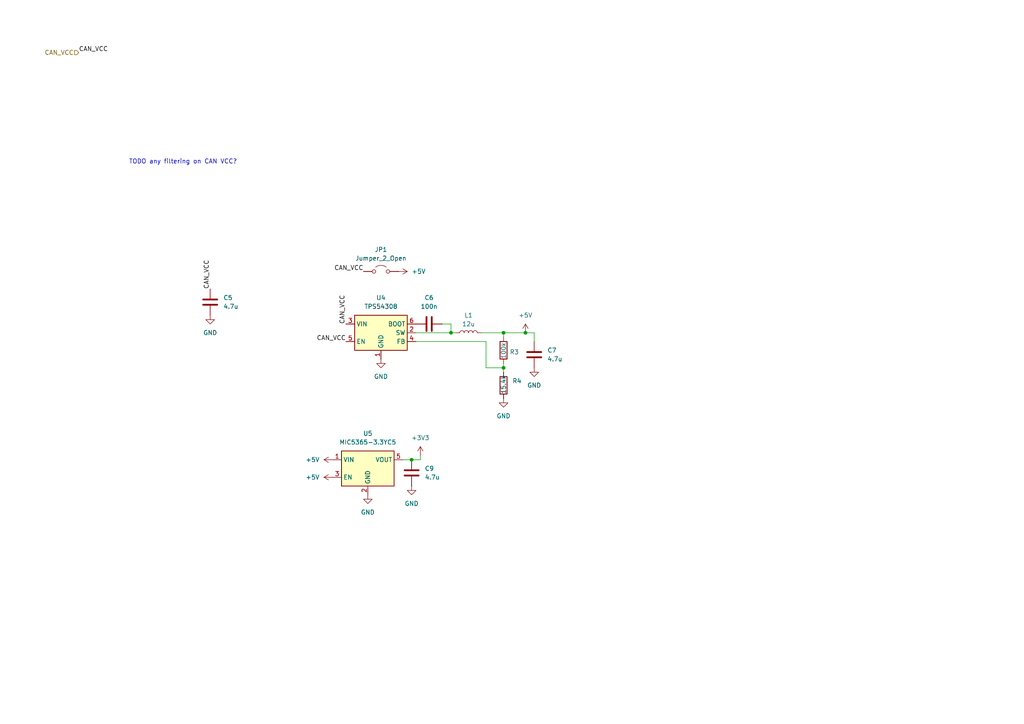
<source format=kicad_sch>
(kicad_sch
	(version 20231120)
	(generator "eeschema")
	(generator_version "8.0")
	(uuid "268b668a-6353-49da-bdea-bed7a69ca091")
	(paper "A4")
	(lib_symbols
		(symbol "Device:C"
			(pin_numbers hide)
			(pin_names
				(offset 0.254)
			)
			(exclude_from_sim no)
			(in_bom yes)
			(on_board yes)
			(property "Reference" "C"
				(at 0.635 2.54 0)
				(effects
					(font
						(size 1.27 1.27)
					)
					(justify left)
				)
			)
			(property "Value" "C"
				(at 0.635 -2.54 0)
				(effects
					(font
						(size 1.27 1.27)
					)
					(justify left)
				)
			)
			(property "Footprint" ""
				(at 0.9652 -3.81 0)
				(effects
					(font
						(size 1.27 1.27)
					)
					(hide yes)
				)
			)
			(property "Datasheet" "~"
				(at 0 0 0)
				(effects
					(font
						(size 1.27 1.27)
					)
					(hide yes)
				)
			)
			(property "Description" "Unpolarized capacitor"
				(at 0 0 0)
				(effects
					(font
						(size 1.27 1.27)
					)
					(hide yes)
				)
			)
			(property "ki_keywords" "cap capacitor"
				(at 0 0 0)
				(effects
					(font
						(size 1.27 1.27)
					)
					(hide yes)
				)
			)
			(property "ki_fp_filters" "C_*"
				(at 0 0 0)
				(effects
					(font
						(size 1.27 1.27)
					)
					(hide yes)
				)
			)
			(symbol "C_0_1"
				(polyline
					(pts
						(xy -2.032 -0.762) (xy 2.032 -0.762)
					)
					(stroke
						(width 0.508)
						(type default)
					)
					(fill
						(type none)
					)
				)
				(polyline
					(pts
						(xy -2.032 0.762) (xy 2.032 0.762)
					)
					(stroke
						(width 0.508)
						(type default)
					)
					(fill
						(type none)
					)
				)
			)
			(symbol "C_1_1"
				(pin passive line
					(at 0 3.81 270)
					(length 2.794)
					(name "~"
						(effects
							(font
								(size 1.27 1.27)
							)
						)
					)
					(number "1"
						(effects
							(font
								(size 1.27 1.27)
							)
						)
					)
				)
				(pin passive line
					(at 0 -3.81 90)
					(length 2.794)
					(name "~"
						(effects
							(font
								(size 1.27 1.27)
							)
						)
					)
					(number "2"
						(effects
							(font
								(size 1.27 1.27)
							)
						)
					)
				)
			)
		)
		(symbol "Device:L"
			(pin_numbers hide)
			(pin_names
				(offset 1.016) hide)
			(exclude_from_sim no)
			(in_bom yes)
			(on_board yes)
			(property "Reference" "L"
				(at -1.27 0 90)
				(effects
					(font
						(size 1.27 1.27)
					)
				)
			)
			(property "Value" "L"
				(at 1.905 0 90)
				(effects
					(font
						(size 1.27 1.27)
					)
				)
			)
			(property "Footprint" ""
				(at 0 0 0)
				(effects
					(font
						(size 1.27 1.27)
					)
					(hide yes)
				)
			)
			(property "Datasheet" "~"
				(at 0 0 0)
				(effects
					(font
						(size 1.27 1.27)
					)
					(hide yes)
				)
			)
			(property "Description" "Inductor"
				(at 0 0 0)
				(effects
					(font
						(size 1.27 1.27)
					)
					(hide yes)
				)
			)
			(property "ki_keywords" "inductor choke coil reactor magnetic"
				(at 0 0 0)
				(effects
					(font
						(size 1.27 1.27)
					)
					(hide yes)
				)
			)
			(property "ki_fp_filters" "Choke_* *Coil* Inductor_* L_*"
				(at 0 0 0)
				(effects
					(font
						(size 1.27 1.27)
					)
					(hide yes)
				)
			)
			(symbol "L_0_1"
				(arc
					(start 0 -2.54)
					(mid 0.6323 -1.905)
					(end 0 -1.27)
					(stroke
						(width 0)
						(type default)
					)
					(fill
						(type none)
					)
				)
				(arc
					(start 0 -1.27)
					(mid 0.6323 -0.635)
					(end 0 0)
					(stroke
						(width 0)
						(type default)
					)
					(fill
						(type none)
					)
				)
				(arc
					(start 0 0)
					(mid 0.6323 0.635)
					(end 0 1.27)
					(stroke
						(width 0)
						(type default)
					)
					(fill
						(type none)
					)
				)
				(arc
					(start 0 1.27)
					(mid 0.6323 1.905)
					(end 0 2.54)
					(stroke
						(width 0)
						(type default)
					)
					(fill
						(type none)
					)
				)
			)
			(symbol "L_1_1"
				(pin passive line
					(at 0 3.81 270)
					(length 1.27)
					(name "1"
						(effects
							(font
								(size 1.27 1.27)
							)
						)
					)
					(number "1"
						(effects
							(font
								(size 1.27 1.27)
							)
						)
					)
				)
				(pin passive line
					(at 0 -3.81 90)
					(length 1.27)
					(name "2"
						(effects
							(font
								(size 1.27 1.27)
							)
						)
					)
					(number "2"
						(effects
							(font
								(size 1.27 1.27)
							)
						)
					)
				)
			)
		)
		(symbol "Device:R"
			(pin_numbers hide)
			(pin_names
				(offset 0)
			)
			(exclude_from_sim no)
			(in_bom yes)
			(on_board yes)
			(property "Reference" "R"
				(at 2.032 0 90)
				(effects
					(font
						(size 1.27 1.27)
					)
				)
			)
			(property "Value" "R"
				(at 0 0 90)
				(effects
					(font
						(size 1.27 1.27)
					)
				)
			)
			(property "Footprint" ""
				(at -1.778 0 90)
				(effects
					(font
						(size 1.27 1.27)
					)
					(hide yes)
				)
			)
			(property "Datasheet" "~"
				(at 0 0 0)
				(effects
					(font
						(size 1.27 1.27)
					)
					(hide yes)
				)
			)
			(property "Description" "Resistor"
				(at 0 0 0)
				(effects
					(font
						(size 1.27 1.27)
					)
					(hide yes)
				)
			)
			(property "ki_keywords" "R res resistor"
				(at 0 0 0)
				(effects
					(font
						(size 1.27 1.27)
					)
					(hide yes)
				)
			)
			(property "ki_fp_filters" "R_*"
				(at 0 0 0)
				(effects
					(font
						(size 1.27 1.27)
					)
					(hide yes)
				)
			)
			(symbol "R_0_1"
				(rectangle
					(start -1.016 -2.54)
					(end 1.016 2.54)
					(stroke
						(width 0.254)
						(type default)
					)
					(fill
						(type none)
					)
				)
			)
			(symbol "R_1_1"
				(pin passive line
					(at 0 3.81 270)
					(length 1.27)
					(name "~"
						(effects
							(font
								(size 1.27 1.27)
							)
						)
					)
					(number "1"
						(effects
							(font
								(size 1.27 1.27)
							)
						)
					)
				)
				(pin passive line
					(at 0 -3.81 90)
					(length 1.27)
					(name "~"
						(effects
							(font
								(size 1.27 1.27)
							)
						)
					)
					(number "2"
						(effects
							(font
								(size 1.27 1.27)
							)
						)
					)
				)
			)
		)
		(symbol "Jumper:Jumper_2_Open"
			(pin_numbers hide)
			(pin_names
				(offset 0) hide)
			(exclude_from_sim yes)
			(in_bom yes)
			(on_board yes)
			(property "Reference" "JP"
				(at 0 2.794 0)
				(effects
					(font
						(size 1.27 1.27)
					)
				)
			)
			(property "Value" "Jumper_2_Open"
				(at 0 -2.286 0)
				(effects
					(font
						(size 1.27 1.27)
					)
				)
			)
			(property "Footprint" ""
				(at 0 0 0)
				(effects
					(font
						(size 1.27 1.27)
					)
					(hide yes)
				)
			)
			(property "Datasheet" "~"
				(at 0 0 0)
				(effects
					(font
						(size 1.27 1.27)
					)
					(hide yes)
				)
			)
			(property "Description" "Jumper, 2-pole, open"
				(at 0 0 0)
				(effects
					(font
						(size 1.27 1.27)
					)
					(hide yes)
				)
			)
			(property "ki_keywords" "Jumper SPST"
				(at 0 0 0)
				(effects
					(font
						(size 1.27 1.27)
					)
					(hide yes)
				)
			)
			(property "ki_fp_filters" "Jumper* TestPoint*2Pads* TestPoint*Bridge*"
				(at 0 0 0)
				(effects
					(font
						(size 1.27 1.27)
					)
					(hide yes)
				)
			)
			(symbol "Jumper_2_Open_0_0"
				(circle
					(center -2.032 0)
					(radius 0.508)
					(stroke
						(width 0)
						(type default)
					)
					(fill
						(type none)
					)
				)
				(circle
					(center 2.032 0)
					(radius 0.508)
					(stroke
						(width 0)
						(type default)
					)
					(fill
						(type none)
					)
				)
			)
			(symbol "Jumper_2_Open_0_1"
				(arc
					(start 1.524 1.27)
					(mid 0 1.778)
					(end -1.524 1.27)
					(stroke
						(width 0)
						(type default)
					)
					(fill
						(type none)
					)
				)
			)
			(symbol "Jumper_2_Open_1_1"
				(pin passive line
					(at -5.08 0 0)
					(length 2.54)
					(name "A"
						(effects
							(font
								(size 1.27 1.27)
							)
						)
					)
					(number "1"
						(effects
							(font
								(size 1.27 1.27)
							)
						)
					)
				)
				(pin passive line
					(at 5.08 0 180)
					(length 2.54)
					(name "B"
						(effects
							(font
								(size 1.27 1.27)
							)
						)
					)
					(number "2"
						(effects
							(font
								(size 1.27 1.27)
							)
						)
					)
				)
			)
		)
		(symbol "Regulator_Linear:MIC5365-3.3YC5"
			(exclude_from_sim no)
			(in_bom yes)
			(on_board yes)
			(property "Reference" "U"
				(at -6.35 6.35 0)
				(effects
					(font
						(size 1.27 1.27)
					)
				)
			)
			(property "Value" "MIC5365-3.3YC5"
				(at 0 6.35 0)
				(effects
					(font
						(size 1.27 1.27)
					)
					(justify left)
				)
			)
			(property "Footprint" "Package_TO_SOT_SMD:SOT-353_SC-70-5"
				(at 0 8.89 0)
				(effects
					(font
						(size 1.27 1.27)
					)
					(hide yes)
				)
			)
			(property "Datasheet" "http://ww1.microchip.com/downloads/en/DeviceDoc/mic5365.pdf"
				(at -7.62 20.32 0)
				(effects
					(font
						(size 1.27 1.27)
					)
					(hide yes)
				)
			)
			(property "Description" "150mA Low-dropout Voltage Regulator, Vout 3.3V, Vin up to 5.5V, SC-70-5"
				(at 0 0 0)
				(effects
					(font
						(size 1.27 1.27)
					)
					(hide yes)
				)
			)
			(property "ki_keywords" "Micrel LDO voltage regulator"
				(at 0 0 0)
				(effects
					(font
						(size 1.27 1.27)
					)
					(hide yes)
				)
			)
			(property "ki_fp_filters" "SOT*353*SC*70*"
				(at 0 0 0)
				(effects
					(font
						(size 1.27 1.27)
					)
					(hide yes)
				)
			)
			(symbol "MIC5365-3.3YC5_0_1"
				(rectangle
					(start -7.62 -5.08)
					(end 7.62 5.08)
					(stroke
						(width 0.254)
						(type default)
					)
					(fill
						(type background)
					)
				)
			)
			(symbol "MIC5365-3.3YC5_1_1"
				(pin power_in line
					(at -10.16 2.54 0)
					(length 2.54)
					(name "VIN"
						(effects
							(font
								(size 1.27 1.27)
							)
						)
					)
					(number "1"
						(effects
							(font
								(size 1.27 1.27)
							)
						)
					)
				)
				(pin power_in line
					(at 0 -7.62 90)
					(length 2.54)
					(name "GND"
						(effects
							(font
								(size 1.27 1.27)
							)
						)
					)
					(number "2"
						(effects
							(font
								(size 1.27 1.27)
							)
						)
					)
				)
				(pin input line
					(at -10.16 -2.54 0)
					(length 2.54)
					(name "EN"
						(effects
							(font
								(size 1.27 1.27)
							)
						)
					)
					(number "3"
						(effects
							(font
								(size 1.27 1.27)
							)
						)
					)
				)
				(pin no_connect line
					(at 7.62 -2.54 180)
					(length 2.54) hide
					(name "NC"
						(effects
							(font
								(size 1.27 1.27)
							)
						)
					)
					(number "4"
						(effects
							(font
								(size 1.27 1.27)
							)
						)
					)
				)
				(pin power_out line
					(at 10.16 2.54 180)
					(length 2.54)
					(name "VOUT"
						(effects
							(font
								(size 1.27 1.27)
							)
						)
					)
					(number "5"
						(effects
							(font
								(size 1.27 1.27)
							)
						)
					)
				)
			)
		)
		(symbol "Regulator_Switching:TPS54308"
			(exclude_from_sim no)
			(in_bom yes)
			(on_board yes)
			(property "Reference" "U"
				(at -7.62 6.35 0)
				(effects
					(font
						(size 1.27 1.27)
					)
					(justify left)
				)
			)
			(property "Value" "TPS54308"
				(at 0 6.35 0)
				(effects
					(font
						(size 1.27 1.27)
					)
					(justify left)
				)
			)
			(property "Footprint" "Package_TO_SOT_SMD:SOT-23-6"
				(at 1.27 -8.89 0)
				(effects
					(font
						(size 1.27 1.27)
					)
					(justify left)
					(hide yes)
				)
			)
			(property "Datasheet" "http://www.ti.com/lit/ds/symlink/tps54308.pdf"
				(at -7.62 8.89 0)
				(effects
					(font
						(size 1.27 1.27)
					)
					(hide yes)
				)
			)
			(property "Description" "3A, 4.5 to 28V Input, EMI Friendly integrated switch synchronous step-down regulator, continuous-conduction, SOT-23-6"
				(at 0 0 0)
				(effects
					(font
						(size 1.27 1.27)
					)
					(hide yes)
				)
			)
			(property "ki_keywords" "switching buck converter power-supply voltage regulator emi spread spectrum FCCM"
				(at 0 0 0)
				(effects
					(font
						(size 1.27 1.27)
					)
					(hide yes)
				)
			)
			(property "ki_fp_filters" "SOT?23*"
				(at 0 0 0)
				(effects
					(font
						(size 1.27 1.27)
					)
					(hide yes)
				)
			)
			(symbol "TPS54308_0_1"
				(rectangle
					(start -7.62 5.08)
					(end 7.62 -5.08)
					(stroke
						(width 0.254)
						(type default)
					)
					(fill
						(type background)
					)
				)
			)
			(symbol "TPS54308_1_1"
				(pin power_in line
					(at 0 -7.62 90)
					(length 2.54)
					(name "GND"
						(effects
							(font
								(size 1.27 1.27)
							)
						)
					)
					(number "1"
						(effects
							(font
								(size 1.27 1.27)
							)
						)
					)
				)
				(pin power_out line
					(at 10.16 0 180)
					(length 2.54)
					(name "SW"
						(effects
							(font
								(size 1.27 1.27)
							)
						)
					)
					(number "2"
						(effects
							(font
								(size 1.27 1.27)
							)
						)
					)
				)
				(pin power_in line
					(at -10.16 2.54 0)
					(length 2.54)
					(name "VIN"
						(effects
							(font
								(size 1.27 1.27)
							)
						)
					)
					(number "3"
						(effects
							(font
								(size 1.27 1.27)
							)
						)
					)
				)
				(pin input line
					(at 10.16 -2.54 180)
					(length 2.54)
					(name "FB"
						(effects
							(font
								(size 1.27 1.27)
							)
						)
					)
					(number "4"
						(effects
							(font
								(size 1.27 1.27)
							)
						)
					)
				)
				(pin input line
					(at -10.16 -2.54 0)
					(length 2.54)
					(name "EN"
						(effects
							(font
								(size 1.27 1.27)
							)
						)
					)
					(number "5"
						(effects
							(font
								(size 1.27 1.27)
							)
						)
					)
				)
				(pin passive line
					(at 10.16 2.54 180)
					(length 2.54)
					(name "BOOT"
						(effects
							(font
								(size 1.27 1.27)
							)
						)
					)
					(number "6"
						(effects
							(font
								(size 1.27 1.27)
							)
						)
					)
				)
			)
		)
		(symbol "power:+3V3"
			(power)
			(pin_numbers hide)
			(pin_names
				(offset 0) hide)
			(exclude_from_sim no)
			(in_bom yes)
			(on_board yes)
			(property "Reference" "#PWR"
				(at 0 -3.81 0)
				(effects
					(font
						(size 1.27 1.27)
					)
					(hide yes)
				)
			)
			(property "Value" "+3V3"
				(at 0 3.556 0)
				(effects
					(font
						(size 1.27 1.27)
					)
				)
			)
			(property "Footprint" ""
				(at 0 0 0)
				(effects
					(font
						(size 1.27 1.27)
					)
					(hide yes)
				)
			)
			(property "Datasheet" ""
				(at 0 0 0)
				(effects
					(font
						(size 1.27 1.27)
					)
					(hide yes)
				)
			)
			(property "Description" "Power symbol creates a global label with name \"+3V3\""
				(at 0 0 0)
				(effects
					(font
						(size 1.27 1.27)
					)
					(hide yes)
				)
			)
			(property "ki_keywords" "global power"
				(at 0 0 0)
				(effects
					(font
						(size 1.27 1.27)
					)
					(hide yes)
				)
			)
			(symbol "+3V3_0_1"
				(polyline
					(pts
						(xy -0.762 1.27) (xy 0 2.54)
					)
					(stroke
						(width 0)
						(type default)
					)
					(fill
						(type none)
					)
				)
				(polyline
					(pts
						(xy 0 0) (xy 0 2.54)
					)
					(stroke
						(width 0)
						(type default)
					)
					(fill
						(type none)
					)
				)
				(polyline
					(pts
						(xy 0 2.54) (xy 0.762 1.27)
					)
					(stroke
						(width 0)
						(type default)
					)
					(fill
						(type none)
					)
				)
			)
			(symbol "+3V3_1_1"
				(pin power_in line
					(at 0 0 90)
					(length 0)
					(name "~"
						(effects
							(font
								(size 1.27 1.27)
							)
						)
					)
					(number "1"
						(effects
							(font
								(size 1.27 1.27)
							)
						)
					)
				)
			)
		)
		(symbol "power:+5V"
			(power)
			(pin_numbers hide)
			(pin_names
				(offset 0) hide)
			(exclude_from_sim no)
			(in_bom yes)
			(on_board yes)
			(property "Reference" "#PWR"
				(at 0 -3.81 0)
				(effects
					(font
						(size 1.27 1.27)
					)
					(hide yes)
				)
			)
			(property "Value" "+5V"
				(at 0 3.556 0)
				(effects
					(font
						(size 1.27 1.27)
					)
				)
			)
			(property "Footprint" ""
				(at 0 0 0)
				(effects
					(font
						(size 1.27 1.27)
					)
					(hide yes)
				)
			)
			(property "Datasheet" ""
				(at 0 0 0)
				(effects
					(font
						(size 1.27 1.27)
					)
					(hide yes)
				)
			)
			(property "Description" "Power symbol creates a global label with name \"+5V\""
				(at 0 0 0)
				(effects
					(font
						(size 1.27 1.27)
					)
					(hide yes)
				)
			)
			(property "ki_keywords" "global power"
				(at 0 0 0)
				(effects
					(font
						(size 1.27 1.27)
					)
					(hide yes)
				)
			)
			(symbol "+5V_0_1"
				(polyline
					(pts
						(xy -0.762 1.27) (xy 0 2.54)
					)
					(stroke
						(width 0)
						(type default)
					)
					(fill
						(type none)
					)
				)
				(polyline
					(pts
						(xy 0 0) (xy 0 2.54)
					)
					(stroke
						(width 0)
						(type default)
					)
					(fill
						(type none)
					)
				)
				(polyline
					(pts
						(xy 0 2.54) (xy 0.762 1.27)
					)
					(stroke
						(width 0)
						(type default)
					)
					(fill
						(type none)
					)
				)
			)
			(symbol "+5V_1_1"
				(pin power_in line
					(at 0 0 90)
					(length 0)
					(name "~"
						(effects
							(font
								(size 1.27 1.27)
							)
						)
					)
					(number "1"
						(effects
							(font
								(size 1.27 1.27)
							)
						)
					)
				)
			)
		)
		(symbol "power:GND"
			(power)
			(pin_numbers hide)
			(pin_names
				(offset 0) hide)
			(exclude_from_sim no)
			(in_bom yes)
			(on_board yes)
			(property "Reference" "#PWR"
				(at 0 -6.35 0)
				(effects
					(font
						(size 1.27 1.27)
					)
					(hide yes)
				)
			)
			(property "Value" "GND"
				(at 0 -3.81 0)
				(effects
					(font
						(size 1.27 1.27)
					)
				)
			)
			(property "Footprint" ""
				(at 0 0 0)
				(effects
					(font
						(size 1.27 1.27)
					)
					(hide yes)
				)
			)
			(property "Datasheet" ""
				(at 0 0 0)
				(effects
					(font
						(size 1.27 1.27)
					)
					(hide yes)
				)
			)
			(property "Description" "Power symbol creates a global label with name \"GND\" , ground"
				(at 0 0 0)
				(effects
					(font
						(size 1.27 1.27)
					)
					(hide yes)
				)
			)
			(property "ki_keywords" "global power"
				(at 0 0 0)
				(effects
					(font
						(size 1.27 1.27)
					)
					(hide yes)
				)
			)
			(symbol "GND_0_1"
				(polyline
					(pts
						(xy 0 0) (xy 0 -1.27) (xy 1.27 -1.27) (xy 0 -2.54) (xy -1.27 -1.27) (xy 0 -1.27)
					)
					(stroke
						(width 0)
						(type default)
					)
					(fill
						(type none)
					)
				)
			)
			(symbol "GND_1_1"
				(pin power_in line
					(at 0 0 270)
					(length 0)
					(name "~"
						(effects
							(font
								(size 1.27 1.27)
							)
						)
					)
					(number "1"
						(effects
							(font
								(size 1.27 1.27)
							)
						)
					)
				)
			)
		)
	)
	(junction
		(at 146.05 96.52)
		(diameter 0)
		(color 0 0 0 0)
		(uuid "0ac8913d-8911-4278-9299-d3484e0729bb")
	)
	(junction
		(at 152.4 96.52)
		(diameter 0)
		(color 0 0 0 0)
		(uuid "12af6167-f826-40bf-b0d6-ded648a86d17")
	)
	(junction
		(at 146.05 106.68)
		(diameter 0)
		(color 0 0 0 0)
		(uuid "90d5a300-c944-4826-9317-0d21ded2e216")
	)
	(junction
		(at 130.81 96.52)
		(diameter 0)
		(color 0 0 0 0)
		(uuid "9691af28-d355-474c-a576-9db9a6f366ad")
	)
	(junction
		(at 119.38 133.35)
		(diameter 0)
		(color 0 0 0 0)
		(uuid "e60805c5-019a-435a-b0ea-876d65adca5b")
	)
	(wire
		(pts
			(xy 120.65 96.52) (xy 130.81 96.52)
		)
		(stroke
			(width 0)
			(type default)
		)
		(uuid "1586878f-66df-4bfa-9473-be557bddcb48")
	)
	(wire
		(pts
			(xy 128.27 93.98) (xy 130.81 93.98)
		)
		(stroke
			(width 0)
			(type default)
		)
		(uuid "1d27ed5c-db57-4b41-964f-9c0eb3dc5206")
	)
	(wire
		(pts
			(xy 116.84 133.35) (xy 119.38 133.35)
		)
		(stroke
			(width 0)
			(type default)
		)
		(uuid "44ac1bbf-202c-404e-ac70-782348e35469")
	)
	(wire
		(pts
			(xy 152.4 96.52) (xy 154.94 96.52)
		)
		(stroke
			(width 0)
			(type default)
		)
		(uuid "488dc2d2-78b3-487f-94e0-130d817570ba")
	)
	(wire
		(pts
			(xy 119.38 133.35) (xy 121.92 133.35)
		)
		(stroke
			(width 0)
			(type default)
		)
		(uuid "4bd80c59-9601-49ae-b4f6-afcc4d889d7e")
	)
	(wire
		(pts
			(xy 146.05 96.52) (xy 146.05 97.79)
		)
		(stroke
			(width 0)
			(type default)
		)
		(uuid "4e9cfbbd-93c9-4e36-a101-f0c4e143a413")
	)
	(wire
		(pts
			(xy 140.97 99.06) (xy 140.97 106.68)
		)
		(stroke
			(width 0)
			(type default)
		)
		(uuid "6759d9fe-6909-4975-bb1f-7a5cdeba32cb")
	)
	(wire
		(pts
			(xy 130.81 93.98) (xy 130.81 96.52)
		)
		(stroke
			(width 0)
			(type default)
		)
		(uuid "688ceaf0-dfb5-4f97-a4a7-64490fda73f1")
	)
	(wire
		(pts
			(xy 146.05 106.68) (xy 146.05 105.41)
		)
		(stroke
			(width 0)
			(type default)
		)
		(uuid "6dde7c86-d523-4e38-8f8b-02079b129b40")
	)
	(wire
		(pts
			(xy 140.97 106.68) (xy 146.05 106.68)
		)
		(stroke
			(width 0)
			(type default)
		)
		(uuid "73dc8f91-dac2-49a0-b8ed-2e1817e8322d")
	)
	(wire
		(pts
			(xy 146.05 106.68) (xy 146.05 107.95)
		)
		(stroke
			(width 0)
			(type default)
		)
		(uuid "857a914c-d297-47fd-b274-d0b8164694e5")
	)
	(wire
		(pts
			(xy 130.81 96.52) (xy 132.08 96.52)
		)
		(stroke
			(width 0)
			(type default)
		)
		(uuid "8a6b4086-c620-4e38-b72b-48c23f79a098")
	)
	(wire
		(pts
			(xy 120.65 99.06) (xy 140.97 99.06)
		)
		(stroke
			(width 0)
			(type default)
		)
		(uuid "8f7e9bb2-109b-46f5-a040-19db22b7ba8d")
	)
	(wire
		(pts
			(xy 121.92 133.35) (xy 121.92 132.08)
		)
		(stroke
			(width 0)
			(type default)
		)
		(uuid "98f420a4-7611-4f84-8b30-50ed630ad369")
	)
	(wire
		(pts
			(xy 139.7 96.52) (xy 146.05 96.52)
		)
		(stroke
			(width 0)
			(type default)
		)
		(uuid "b2f1c747-c92f-4605-8f4c-dc19554ebe99")
	)
	(wire
		(pts
			(xy 154.94 96.52) (xy 154.94 99.06)
		)
		(stroke
			(width 0)
			(type default)
		)
		(uuid "b755ca3b-573f-434f-8abb-6e93e51ca04b")
	)
	(wire
		(pts
			(xy 146.05 96.52) (xy 152.4 96.52)
		)
		(stroke
			(width 0)
			(type default)
		)
		(uuid "db9b8040-b62f-4bef-aa09-965404c91e64")
	)
	(text "TODO any filtering on CAN VCC?"
		(exclude_from_sim no)
		(at 53.086 46.99 0)
		(effects
			(font
				(size 1.27 1.27)
			)
		)
		(uuid "76d46f84-3f20-4e12-86a7-1cfcd5a7c17c")
	)
	(label "CAN_VCC"
		(at 100.33 99.06 180)
		(fields_autoplaced yes)
		(effects
			(font
				(size 1.27 1.27)
			)
			(justify right bottom)
		)
		(uuid "7578efc3-a11d-4424-acfd-52bc27a655da")
	)
	(label "CAN_VCC"
		(at 60.96 83.82 90)
		(fields_autoplaced yes)
		(effects
			(font
				(size 1.27 1.27)
			)
			(justify left bottom)
		)
		(uuid "80f70533-be09-4e19-86a3-b9532dd331d4")
	)
	(label "CAN_VCC"
		(at 100.33 93.98 90)
		(fields_autoplaced yes)
		(effects
			(font
				(size 1.27 1.27)
			)
			(justify left bottom)
		)
		(uuid "d1d5ee55-f22e-4c6c-8878-73c61adb7191")
	)
	(label "CAN_VCC"
		(at 105.41 78.74 180)
		(fields_autoplaced yes)
		(effects
			(font
				(size 1.27 1.27)
			)
			(justify right bottom)
		)
		(uuid "f7e73d06-44f5-459f-810a-0f7d08c51413")
	)
	(label "CAN_VCC"
		(at 22.86 15.24 0)
		(fields_autoplaced yes)
		(effects
			(font
				(size 1.27 1.27)
			)
			(justify left bottom)
		)
		(uuid "fd5e8dcb-0607-49f9-8af8-09f06d1f85d3")
	)
	(hierarchical_label "CAN_VCC"
		(shape input)
		(at 22.86 15.24 180)
		(fields_autoplaced yes)
		(effects
			(font
				(size 1.27 1.27)
			)
			(justify right)
		)
		(uuid "a8f4bdf5-2708-47fa-b94a-d07c1a6b8b09")
	)
	(symbol
		(lib_id "Device:C")
		(at 119.38 137.16 0)
		(unit 1)
		(exclude_from_sim no)
		(in_bom yes)
		(on_board yes)
		(dnp no)
		(fields_autoplaced yes)
		(uuid "07e192e7-066d-4ea0-8e0c-3adee9521ee8")
		(property "Reference" "C9"
			(at 123.19 135.8899 0)
			(effects
				(font
					(size 1.27 1.27)
				)
				(justify left)
			)
		)
		(property "Value" "4.7u"
			(at 123.19 138.4299 0)
			(effects
				(font
					(size 1.27 1.27)
				)
				(justify left)
			)
		)
		(property "Footprint" "Capacitor_SMD:C_0603_1608Metric"
			(at 120.3452 140.97 0)
			(effects
				(font
					(size 1.27 1.27)
				)
				(hide yes)
			)
		)
		(property "Datasheet" "~"
			(at 119.38 137.16 0)
			(effects
				(font
					(size 1.27 1.27)
				)
				(hide yes)
			)
		)
		(property "Description" "Unpolarized capacitor"
			(at 119.38 137.16 0)
			(effects
				(font
					(size 1.27 1.27)
				)
				(hide yes)
			)
		)
		(pin "2"
			(uuid "5ab1c503-a520-49a8-b48c-847f043367cb")
		)
		(pin "1"
			(uuid "467c622f-2266-44c5-929d-17c0d293b82f")
		)
		(instances
			(project "TestBed1"
				(path "/1011cb81-baf2-4a82-93dd-e89e67a76dd8/548a5858-c077-4c03-8088-d3b70cd8af24"
					(reference "C9")
					(unit 1)
				)
			)
		)
	)
	(symbol
		(lib_id "power:+5V")
		(at 152.4 96.52 0)
		(unit 1)
		(exclude_from_sim no)
		(in_bom yes)
		(on_board yes)
		(dnp no)
		(fields_autoplaced yes)
		(uuid "0ad5a8b2-bcba-4c60-baed-1737de1bfb27")
		(property "Reference" "#PWR06"
			(at 152.4 100.33 0)
			(effects
				(font
					(size 1.27 1.27)
				)
				(hide yes)
			)
		)
		(property "Value" "+5V"
			(at 152.4 91.44 0)
			(effects
				(font
					(size 1.27 1.27)
				)
			)
		)
		(property "Footprint" ""
			(at 152.4 96.52 0)
			(effects
				(font
					(size 1.27 1.27)
				)
				(hide yes)
			)
		)
		(property "Datasheet" ""
			(at 152.4 96.52 0)
			(effects
				(font
					(size 1.27 1.27)
				)
				(hide yes)
			)
		)
		(property "Description" "Power symbol creates a global label with name \"+5V\""
			(at 152.4 96.52 0)
			(effects
				(font
					(size 1.27 1.27)
				)
				(hide yes)
			)
		)
		(pin "1"
			(uuid "0211d5e6-42bb-46e7-a9ac-cbe0b0cd31d9")
		)
		(instances
			(project ""
				(path "/1011cb81-baf2-4a82-93dd-e89e67a76dd8/548a5858-c077-4c03-8088-d3b70cd8af24"
					(reference "#PWR06")
					(unit 1)
				)
			)
		)
	)
	(symbol
		(lib_id "power:GND")
		(at 154.94 106.68 0)
		(unit 1)
		(exclude_from_sim no)
		(in_bom yes)
		(on_board yes)
		(dnp no)
		(fields_autoplaced yes)
		(uuid "253ef3be-0d45-45cd-8e7f-c94a59fea5e0")
		(property "Reference" "#PWR026"
			(at 154.94 113.03 0)
			(effects
				(font
					(size 1.27 1.27)
				)
				(hide yes)
			)
		)
		(property "Value" "GND"
			(at 154.94 111.76 0)
			(effects
				(font
					(size 1.27 1.27)
				)
			)
		)
		(property "Footprint" ""
			(at 154.94 106.68 0)
			(effects
				(font
					(size 1.27 1.27)
				)
				(hide yes)
			)
		)
		(property "Datasheet" ""
			(at 154.94 106.68 0)
			(effects
				(font
					(size 1.27 1.27)
				)
				(hide yes)
			)
		)
		(property "Description" "Power symbol creates a global label with name \"GND\" , ground"
			(at 154.94 106.68 0)
			(effects
				(font
					(size 1.27 1.27)
				)
				(hide yes)
			)
		)
		(pin "1"
			(uuid "c963d719-c3b6-4187-9fe9-9db7b81d2cb3")
		)
		(instances
			(project "TestBed1"
				(path "/1011cb81-baf2-4a82-93dd-e89e67a76dd8/548a5858-c077-4c03-8088-d3b70cd8af24"
					(reference "#PWR026")
					(unit 1)
				)
			)
		)
	)
	(symbol
		(lib_id "Device:C")
		(at 60.96 87.63 0)
		(unit 1)
		(exclude_from_sim no)
		(in_bom yes)
		(on_board yes)
		(dnp no)
		(fields_autoplaced yes)
		(uuid "30096dd2-abc9-46f1-92e5-5e69de6c694f")
		(property "Reference" "C5"
			(at 64.77 86.3599 0)
			(effects
				(font
					(size 1.27 1.27)
				)
				(justify left)
			)
		)
		(property "Value" "4.7u"
			(at 64.77 88.8999 0)
			(effects
				(font
					(size 1.27 1.27)
				)
				(justify left)
			)
		)
		(property "Footprint" "Capacitor_SMD:C_0805_2012Metric"
			(at 61.9252 91.44 0)
			(effects
				(font
					(size 1.27 1.27)
				)
				(hide yes)
			)
		)
		(property "Datasheet" "~"
			(at 60.96 87.63 0)
			(effects
				(font
					(size 1.27 1.27)
				)
				(hide yes)
			)
		)
		(property "Description" "Unpolarized capacitor"
			(at 60.96 87.63 0)
			(effects
				(font
					(size 1.27 1.27)
				)
				(hide yes)
			)
		)
		(pin "1"
			(uuid "d46d3dd7-f94f-4be4-ae01-1556a171187b")
		)
		(pin "2"
			(uuid "0720f0a2-76f5-4c07-906a-9cd7a89d0cbc")
		)
		(instances
			(project ""
				(path "/1011cb81-baf2-4a82-93dd-e89e67a76dd8/548a5858-c077-4c03-8088-d3b70cd8af24"
					(reference "C5")
					(unit 1)
				)
			)
		)
	)
	(symbol
		(lib_id "power:GND")
		(at 146.05 115.57 0)
		(unit 1)
		(exclude_from_sim no)
		(in_bom yes)
		(on_board yes)
		(dnp no)
		(fields_autoplaced yes)
		(uuid "50d3a228-cf9d-4c26-9de5-db3c4c188965")
		(property "Reference" "#PWR025"
			(at 146.05 121.92 0)
			(effects
				(font
					(size 1.27 1.27)
				)
				(hide yes)
			)
		)
		(property "Value" "GND"
			(at 146.05 120.65 0)
			(effects
				(font
					(size 1.27 1.27)
				)
			)
		)
		(property "Footprint" ""
			(at 146.05 115.57 0)
			(effects
				(font
					(size 1.27 1.27)
				)
				(hide yes)
			)
		)
		(property "Datasheet" ""
			(at 146.05 115.57 0)
			(effects
				(font
					(size 1.27 1.27)
				)
				(hide yes)
			)
		)
		(property "Description" "Power symbol creates a global label with name \"GND\" , ground"
			(at 146.05 115.57 0)
			(effects
				(font
					(size 1.27 1.27)
				)
				(hide yes)
			)
		)
		(pin "1"
			(uuid "e7e3d7c1-eb50-4a78-bc4d-c6ac8eb400d3")
		)
		(instances
			(project ""
				(path "/1011cb81-baf2-4a82-93dd-e89e67a76dd8/548a5858-c077-4c03-8088-d3b70cd8af24"
					(reference "#PWR025")
					(unit 1)
				)
			)
		)
	)
	(symbol
		(lib_id "power:GND")
		(at 106.68 143.51 0)
		(unit 1)
		(exclude_from_sim no)
		(in_bom yes)
		(on_board yes)
		(dnp no)
		(fields_autoplaced yes)
		(uuid "5613635f-676d-4783-8f6c-eb13df830dd7")
		(property "Reference" "#PWR028"
			(at 106.68 149.86 0)
			(effects
				(font
					(size 1.27 1.27)
				)
				(hide yes)
			)
		)
		(property "Value" "GND"
			(at 106.68 148.59 0)
			(effects
				(font
					(size 1.27 1.27)
				)
			)
		)
		(property "Footprint" ""
			(at 106.68 143.51 0)
			(effects
				(font
					(size 1.27 1.27)
				)
				(hide yes)
			)
		)
		(property "Datasheet" ""
			(at 106.68 143.51 0)
			(effects
				(font
					(size 1.27 1.27)
				)
				(hide yes)
			)
		)
		(property "Description" "Power symbol creates a global label with name \"GND\" , ground"
			(at 106.68 143.51 0)
			(effects
				(font
					(size 1.27 1.27)
				)
				(hide yes)
			)
		)
		(pin "1"
			(uuid "f7afb71c-da1d-4a41-b69b-6042661b223a")
		)
		(instances
			(project ""
				(path "/1011cb81-baf2-4a82-93dd-e89e67a76dd8/548a5858-c077-4c03-8088-d3b70cd8af24"
					(reference "#PWR028")
					(unit 1)
				)
			)
		)
	)
	(symbol
		(lib_id "power:GND")
		(at 110.49 104.14 0)
		(unit 1)
		(exclude_from_sim no)
		(in_bom yes)
		(on_board yes)
		(dnp no)
		(fields_autoplaced yes)
		(uuid "5846cc7c-bd92-47b5-ab4e-ce9a5b1374c0")
		(property "Reference" "#PWR024"
			(at 110.49 110.49 0)
			(effects
				(font
					(size 1.27 1.27)
				)
				(hide yes)
			)
		)
		(property "Value" "GND"
			(at 110.49 109.22 0)
			(effects
				(font
					(size 1.27 1.27)
				)
			)
		)
		(property "Footprint" ""
			(at 110.49 104.14 0)
			(effects
				(font
					(size 1.27 1.27)
				)
				(hide yes)
			)
		)
		(property "Datasheet" ""
			(at 110.49 104.14 0)
			(effects
				(font
					(size 1.27 1.27)
				)
				(hide yes)
			)
		)
		(property "Description" "Power symbol creates a global label with name \"GND\" , ground"
			(at 110.49 104.14 0)
			(effects
				(font
					(size 1.27 1.27)
				)
				(hide yes)
			)
		)
		(pin "1"
			(uuid "f359e5d5-9de0-4597-8a24-e7e5f3c7075d")
		)
		(instances
			(project ""
				(path "/1011cb81-baf2-4a82-93dd-e89e67a76dd8/548a5858-c077-4c03-8088-d3b70cd8af24"
					(reference "#PWR024")
					(unit 1)
				)
			)
		)
	)
	(symbol
		(lib_id "Jumper:Jumper_2_Open")
		(at 110.49 78.74 0)
		(unit 1)
		(exclude_from_sim yes)
		(in_bom yes)
		(on_board yes)
		(dnp no)
		(fields_autoplaced yes)
		(uuid "5d41ce57-f3bb-4275-ace4-77fc15d42730")
		(property "Reference" "JP1"
			(at 110.49 72.39 0)
			(effects
				(font
					(size 1.27 1.27)
				)
			)
		)
		(property "Value" "Jumper_2_Open"
			(at 110.49 74.93 0)
			(effects
				(font
					(size 1.27 1.27)
				)
			)
		)
		(property "Footprint" "Resistor_SMD:R_0805_2012Metric"
			(at 110.49 78.74 0)
			(effects
				(font
					(size 1.27 1.27)
				)
				(hide yes)
			)
		)
		(property "Datasheet" "~"
			(at 110.49 78.74 0)
			(effects
				(font
					(size 1.27 1.27)
				)
				(hide yes)
			)
		)
		(property "Description" "Jumper, 2-pole, open"
			(at 110.49 78.74 0)
			(effects
				(font
					(size 1.27 1.27)
				)
				(hide yes)
			)
		)
		(pin "2"
			(uuid "2e68a544-0f94-4967-9dca-60dd14622da7")
		)
		(pin "1"
			(uuid "f7bff579-7124-4c9c-b9c3-7e75bd09125f")
		)
		(instances
			(project ""
				(path "/1011cb81-baf2-4a82-93dd-e89e67a76dd8/548a5858-c077-4c03-8088-d3b70cd8af24"
					(reference "JP1")
					(unit 1)
				)
			)
		)
	)
	(symbol
		(lib_id "Regulator_Linear:MIC5365-3.3YC5")
		(at 106.68 135.89 0)
		(unit 1)
		(exclude_from_sim no)
		(in_bom yes)
		(on_board yes)
		(dnp no)
		(fields_autoplaced yes)
		(uuid "625a8cb9-8788-4163-9abf-d56b86627b30")
		(property "Reference" "U5"
			(at 106.68 125.73 0)
			(effects
				(font
					(size 1.27 1.27)
				)
			)
		)
		(property "Value" "MIC5365-3.3YC5"
			(at 106.68 128.27 0)
			(effects
				(font
					(size 1.27 1.27)
				)
			)
		)
		(property "Footprint" "Package_TO_SOT_SMD:SOT-353_SC-70-5"
			(at 106.68 127 0)
			(effects
				(font
					(size 1.27 1.27)
				)
				(hide yes)
			)
		)
		(property "Datasheet" "http://ww1.microchip.com/downloads/en/DeviceDoc/mic5365.pdf"
			(at 99.06 115.57 0)
			(effects
				(font
					(size 1.27 1.27)
				)
				(hide yes)
			)
		)
		(property "Description" "150mA Low-dropout Voltage Regulator, Vout 3.3V, Vin up to 5.5V, SC-70-5"
			(at 106.68 135.89 0)
			(effects
				(font
					(size 1.27 1.27)
				)
				(hide yes)
			)
		)
		(pin "4"
			(uuid "a793c888-cf11-4f99-b226-2cb44a23b7b4")
		)
		(pin "5"
			(uuid "a0c0e4cc-b38c-419f-ba8e-9b865f23df18")
		)
		(pin "3"
			(uuid "bba79ce0-b8b4-4415-b118-9e1d7e17e1ac")
		)
		(pin "1"
			(uuid "51ff86d9-2e0a-4971-8e34-cd050ca71d14")
		)
		(pin "2"
			(uuid "d4d38e82-24c3-4870-aaed-fc2ce1727d0a")
		)
		(instances
			(project ""
				(path "/1011cb81-baf2-4a82-93dd-e89e67a76dd8/548a5858-c077-4c03-8088-d3b70cd8af24"
					(reference "U5")
					(unit 1)
				)
			)
		)
	)
	(symbol
		(lib_id "Regulator_Switching:TPS54308")
		(at 110.49 96.52 0)
		(unit 1)
		(exclude_from_sim no)
		(in_bom yes)
		(on_board yes)
		(dnp no)
		(fields_autoplaced yes)
		(uuid "6513a56a-5c26-4417-85e6-428ead11d088")
		(property "Reference" "U4"
			(at 110.49 86.36 0)
			(effects
				(font
					(size 1.27 1.27)
				)
			)
		)
		(property "Value" "TPS54308"
			(at 110.49 88.9 0)
			(effects
				(font
					(size 1.27 1.27)
				)
			)
		)
		(property "Footprint" "Package_TO_SOT_SMD:SOT-23-6"
			(at 111.76 105.41 0)
			(effects
				(font
					(size 1.27 1.27)
				)
				(justify left)
				(hide yes)
			)
		)
		(property "Datasheet" "http://www.ti.com/lit/ds/symlink/tps54308.pdf"
			(at 102.87 87.63 0)
			(effects
				(font
					(size 1.27 1.27)
				)
				(hide yes)
			)
		)
		(property "Description" "3A, 4.5 to 28V Input, EMI Friendly integrated switch synchronous step-down regulator, continuous-conduction, SOT-23-6"
			(at 110.49 96.52 0)
			(effects
				(font
					(size 1.27 1.27)
				)
				(hide yes)
			)
		)
		(pin "4"
			(uuid "979f6a77-80f5-427e-a651-cc2137d87c45")
		)
		(pin "5"
			(uuid "b0501e93-ce9d-44f8-bed3-6cebd8604fa6")
		)
		(pin "2"
			(uuid "3271f991-f13c-4d73-873e-e7b53ea9dbfe")
		)
		(pin "3"
			(uuid "69625348-0a32-4d8a-a6ce-64366ff2f7a5")
		)
		(pin "1"
			(uuid "9ca6b613-5d15-472a-b10a-fa7da46fde3f")
		)
		(pin "6"
			(uuid "b273f025-1f22-41a6-b0fd-315eaf41df65")
		)
		(instances
			(project ""
				(path "/1011cb81-baf2-4a82-93dd-e89e67a76dd8/548a5858-c077-4c03-8088-d3b70cd8af24"
					(reference "U4")
					(unit 1)
				)
			)
		)
	)
	(symbol
		(lib_id "power:+3V3")
		(at 121.92 132.08 0)
		(unit 1)
		(exclude_from_sim no)
		(in_bom yes)
		(on_board yes)
		(dnp no)
		(fields_autoplaced yes)
		(uuid "68bb7b1e-2fad-4d76-9f48-81991bbdfd55")
		(property "Reference" "#PWR029"
			(at 121.92 135.89 0)
			(effects
				(font
					(size 1.27 1.27)
				)
				(hide yes)
			)
		)
		(property "Value" "+3V3"
			(at 121.92 127 0)
			(effects
				(font
					(size 1.27 1.27)
				)
			)
		)
		(property "Footprint" ""
			(at 121.92 132.08 0)
			(effects
				(font
					(size 1.27 1.27)
				)
				(hide yes)
			)
		)
		(property "Datasheet" ""
			(at 121.92 132.08 0)
			(effects
				(font
					(size 1.27 1.27)
				)
				(hide yes)
			)
		)
		(property "Description" "Power symbol creates a global label with name \"+3V3\""
			(at 121.92 132.08 0)
			(effects
				(font
					(size 1.27 1.27)
				)
				(hide yes)
			)
		)
		(pin "1"
			(uuid "31eeb808-88df-492b-9d96-4fda42887d09")
		)
		(instances
			(project ""
				(path "/1011cb81-baf2-4a82-93dd-e89e67a76dd8/548a5858-c077-4c03-8088-d3b70cd8af24"
					(reference "#PWR029")
					(unit 1)
				)
			)
		)
	)
	(symbol
		(lib_id "Device:C")
		(at 124.46 93.98 90)
		(unit 1)
		(exclude_from_sim no)
		(in_bom yes)
		(on_board yes)
		(dnp no)
		(fields_autoplaced yes)
		(uuid "89cc0f25-d9e1-4e53-a9e7-3a0f5935ef88")
		(property "Reference" "C6"
			(at 124.46 86.36 90)
			(effects
				(font
					(size 1.27 1.27)
				)
			)
		)
		(property "Value" "100n"
			(at 124.46 88.9 90)
			(effects
				(font
					(size 1.27 1.27)
				)
			)
		)
		(property "Footprint" "Capacitor_SMD:C_0603_1608Metric"
			(at 128.27 93.0148 0)
			(effects
				(font
					(size 1.27 1.27)
				)
				(hide yes)
			)
		)
		(property "Datasheet" "~"
			(at 124.46 93.98 0)
			(effects
				(font
					(size 1.27 1.27)
				)
				(hide yes)
			)
		)
		(property "Description" "Unpolarized capacitor"
			(at 124.46 93.98 0)
			(effects
				(font
					(size 1.27 1.27)
				)
				(hide yes)
			)
		)
		(pin "2"
			(uuid "9edcf654-66f2-4577-b5bc-a691b1cafbaf")
		)
		(pin "1"
			(uuid "0a5a872b-5a65-41d9-8e72-fa8e76b470f3")
		)
		(instances
			(project ""
				(path "/1011cb81-baf2-4a82-93dd-e89e67a76dd8/548a5858-c077-4c03-8088-d3b70cd8af24"
					(reference "C6")
					(unit 1)
				)
			)
		)
	)
	(symbol
		(lib_id "Device:R")
		(at 146.05 101.6 0)
		(unit 1)
		(exclude_from_sim no)
		(in_bom yes)
		(on_board yes)
		(dnp no)
		(uuid "8ca2a5b2-6232-4b23-9094-d9cd5b2e0bb6")
		(property "Reference" "R3"
			(at 147.828 102.108 0)
			(effects
				(font
					(size 1.27 1.27)
				)
				(justify left)
			)
		)
		(property "Value" "100k"
			(at 146.05 104.14 90)
			(effects
				(font
					(size 1.27 1.27)
				)
				(justify left)
			)
		)
		(property "Footprint" "Resistor_SMD:R_0402_1005Metric"
			(at 144.272 101.6 90)
			(effects
				(font
					(size 1.27 1.27)
				)
				(hide yes)
			)
		)
		(property "Datasheet" "~"
			(at 146.05 101.6 0)
			(effects
				(font
					(size 1.27 1.27)
				)
				(hide yes)
			)
		)
		(property "Description" "Resistor"
			(at 146.05 101.6 0)
			(effects
				(font
					(size 1.27 1.27)
				)
				(hide yes)
			)
		)
		(pin "2"
			(uuid "c9ab5e09-9042-4c4e-8ffe-ad8a6a46eda1")
		)
		(pin "1"
			(uuid "f24a4905-a389-4037-aa56-07d5ef19e202")
		)
		(instances
			(project ""
				(path "/1011cb81-baf2-4a82-93dd-e89e67a76dd8/548a5858-c077-4c03-8088-d3b70cd8af24"
					(reference "R3")
					(unit 1)
				)
			)
		)
	)
	(symbol
		(lib_id "Device:R")
		(at 146.05 111.76 0)
		(unit 1)
		(exclude_from_sim no)
		(in_bom yes)
		(on_board yes)
		(dnp no)
		(uuid "8f368e22-6195-4a68-9f19-56cc4059da55")
		(property "Reference" "R4"
			(at 148.59 110.4899 0)
			(effects
				(font
					(size 1.27 1.27)
				)
				(justify left)
			)
		)
		(property "Value" "15.4k"
			(at 146.05 114.3 90)
			(effects
				(font
					(size 1.27 1.27)
				)
				(justify left)
			)
		)
		(property "Footprint" "Resistor_SMD:R_0402_1005Metric"
			(at 144.272 111.76 90)
			(effects
				(font
					(size 1.27 1.27)
				)
				(hide yes)
			)
		)
		(property "Datasheet" "~"
			(at 146.05 111.76 0)
			(effects
				(font
					(size 1.27 1.27)
				)
				(hide yes)
			)
		)
		(property "Description" "Resistor"
			(at 146.05 111.76 0)
			(effects
				(font
					(size 1.27 1.27)
				)
				(hide yes)
			)
		)
		(pin "1"
			(uuid "9fd3c77c-5623-46dc-8c25-866d6faabd6e")
		)
		(pin "2"
			(uuid "0341fc1d-2547-4bc6-a0c5-1db4a6b93e87")
		)
		(instances
			(project ""
				(path "/1011cb81-baf2-4a82-93dd-e89e67a76dd8/548a5858-c077-4c03-8088-d3b70cd8af24"
					(reference "R4")
					(unit 1)
				)
			)
		)
	)
	(symbol
		(lib_id "power:+5V")
		(at 115.57 78.74 270)
		(unit 1)
		(exclude_from_sim no)
		(in_bom yes)
		(on_board yes)
		(dnp no)
		(fields_autoplaced yes)
		(uuid "95eaf279-dc0e-4ea2-8617-e5fefe25a3f8")
		(property "Reference" "#PWR051"
			(at 111.76 78.74 0)
			(effects
				(font
					(size 1.27 1.27)
				)
				(hide yes)
			)
		)
		(property "Value" "+5V"
			(at 119.38 78.7399 90)
			(effects
				(font
					(size 1.27 1.27)
				)
				(justify left)
			)
		)
		(property "Footprint" ""
			(at 115.57 78.74 0)
			(effects
				(font
					(size 1.27 1.27)
				)
				(hide yes)
			)
		)
		(property "Datasheet" ""
			(at 115.57 78.74 0)
			(effects
				(font
					(size 1.27 1.27)
				)
				(hide yes)
			)
		)
		(property "Description" "Power symbol creates a global label with name \"+5V\""
			(at 115.57 78.74 0)
			(effects
				(font
					(size 1.27 1.27)
				)
				(hide yes)
			)
		)
		(pin "1"
			(uuid "13659ce8-8ca2-4ba2-9fe2-6247cc2488c2")
		)
		(instances
			(project "TestBed1"
				(path "/1011cb81-baf2-4a82-93dd-e89e67a76dd8/548a5858-c077-4c03-8088-d3b70cd8af24"
					(reference "#PWR051")
					(unit 1)
				)
			)
		)
	)
	(symbol
		(lib_id "power:+5V")
		(at 96.52 133.35 90)
		(unit 1)
		(exclude_from_sim no)
		(in_bom yes)
		(on_board yes)
		(dnp no)
		(fields_autoplaced yes)
		(uuid "b0bd8af3-c91e-4660-8efa-f42bec38b733")
		(property "Reference" "#PWR027"
			(at 100.33 133.35 0)
			(effects
				(font
					(size 1.27 1.27)
				)
				(hide yes)
			)
		)
		(property "Value" "+5V"
			(at 92.71 133.3499 90)
			(effects
				(font
					(size 1.27 1.27)
				)
				(justify left)
			)
		)
		(property "Footprint" ""
			(at 96.52 133.35 0)
			(effects
				(font
					(size 1.27 1.27)
				)
				(hide yes)
			)
		)
		(property "Datasheet" ""
			(at 96.52 133.35 0)
			(effects
				(font
					(size 1.27 1.27)
				)
				(hide yes)
			)
		)
		(property "Description" "Power symbol creates a global label with name \"+5V\""
			(at 96.52 133.35 0)
			(effects
				(font
					(size 1.27 1.27)
				)
				(hide yes)
			)
		)
		(pin "1"
			(uuid "e5623e14-f03a-4203-8cdb-39a6b32827ad")
		)
		(instances
			(project "TestBed1"
				(path "/1011cb81-baf2-4a82-93dd-e89e67a76dd8/548a5858-c077-4c03-8088-d3b70cd8af24"
					(reference "#PWR027")
					(unit 1)
				)
			)
		)
	)
	(symbol
		(lib_id "Device:C")
		(at 154.94 102.87 0)
		(unit 1)
		(exclude_from_sim no)
		(in_bom yes)
		(on_board yes)
		(dnp no)
		(fields_autoplaced yes)
		(uuid "be55615d-e66e-4920-a9d6-b46ef7e2f9b5")
		(property "Reference" "C7"
			(at 158.75 101.5999 0)
			(effects
				(font
					(size 1.27 1.27)
				)
				(justify left)
			)
		)
		(property "Value" "4.7u"
			(at 158.75 104.1399 0)
			(effects
				(font
					(size 1.27 1.27)
				)
				(justify left)
			)
		)
		(property "Footprint" "Capacitor_SMD:C_0603_1608Metric"
			(at 155.9052 106.68 0)
			(effects
				(font
					(size 1.27 1.27)
				)
				(hide yes)
			)
		)
		(property "Datasheet" "~"
			(at 154.94 102.87 0)
			(effects
				(font
					(size 1.27 1.27)
				)
				(hide yes)
			)
		)
		(property "Description" "Unpolarized capacitor"
			(at 154.94 102.87 0)
			(effects
				(font
					(size 1.27 1.27)
				)
				(hide yes)
			)
		)
		(pin "2"
			(uuid "628f0ec5-2a0e-4571-a7e6-512f18f2cdc2")
		)
		(pin "1"
			(uuid "558babb1-eda8-4a17-a36e-ead45f68f596")
		)
		(instances
			(project ""
				(path "/1011cb81-baf2-4a82-93dd-e89e67a76dd8/548a5858-c077-4c03-8088-d3b70cd8af24"
					(reference "C7")
					(unit 1)
				)
			)
		)
	)
	(symbol
		(lib_id "Device:L")
		(at 135.89 96.52 90)
		(unit 1)
		(exclude_from_sim no)
		(in_bom yes)
		(on_board yes)
		(dnp no)
		(fields_autoplaced yes)
		(uuid "bfaf520b-bf52-416e-af5a-015ae9587028")
		(property "Reference" "L1"
			(at 135.89 91.44 90)
			(effects
				(font
					(size 1.27 1.27)
				)
			)
		)
		(property "Value" "12u"
			(at 135.89 93.98 90)
			(effects
				(font
					(size 1.27 1.27)
				)
			)
		)
		(property "Footprint" "Inductor_SMD:L_1812_4532Metric"
			(at 135.89 96.52 0)
			(effects
				(font
					(size 1.27 1.27)
				)
				(hide yes)
			)
		)
		(property "Datasheet" "~"
			(at 135.89 96.52 0)
			(effects
				(font
					(size 1.27 1.27)
				)
				(hide yes)
			)
		)
		(property "Description" "LQH43NH120J03L"
			(at 135.89 96.52 0)
			(effects
				(font
					(size 1.27 1.27)
				)
				(hide yes)
			)
		)
		(pin "1"
			(uuid "a4dfde9f-ebba-477e-bda4-50cef80d581e")
		)
		(pin "2"
			(uuid "a1383354-be3c-4308-ac3b-25f16a30cfee")
		)
		(instances
			(project ""
				(path "/1011cb81-baf2-4a82-93dd-e89e67a76dd8/548a5858-c077-4c03-8088-d3b70cd8af24"
					(reference "L1")
					(unit 1)
				)
			)
		)
	)
	(symbol
		(lib_id "power:GND")
		(at 119.38 140.97 0)
		(unit 1)
		(exclude_from_sim no)
		(in_bom yes)
		(on_board yes)
		(dnp no)
		(fields_autoplaced yes)
		(uuid "d5db55d5-bbe1-4a21-b557-4fbb4bc0efb2")
		(property "Reference" "#PWR030"
			(at 119.38 147.32 0)
			(effects
				(font
					(size 1.27 1.27)
				)
				(hide yes)
			)
		)
		(property "Value" "GND"
			(at 119.38 146.05 0)
			(effects
				(font
					(size 1.27 1.27)
				)
			)
		)
		(property "Footprint" ""
			(at 119.38 140.97 0)
			(effects
				(font
					(size 1.27 1.27)
				)
				(hide yes)
			)
		)
		(property "Datasheet" ""
			(at 119.38 140.97 0)
			(effects
				(font
					(size 1.27 1.27)
				)
				(hide yes)
			)
		)
		(property "Description" "Power symbol creates a global label with name \"GND\" , ground"
			(at 119.38 140.97 0)
			(effects
				(font
					(size 1.27 1.27)
				)
				(hide yes)
			)
		)
		(pin "1"
			(uuid "d93e9b46-f740-4466-87f5-e893caa41c23")
		)
		(instances
			(project ""
				(path "/1011cb81-baf2-4a82-93dd-e89e67a76dd8/548a5858-c077-4c03-8088-d3b70cd8af24"
					(reference "#PWR030")
					(unit 1)
				)
			)
		)
	)
	(symbol
		(lib_id "power:GND")
		(at 60.96 91.44 0)
		(unit 1)
		(exclude_from_sim no)
		(in_bom yes)
		(on_board yes)
		(dnp no)
		(fields_autoplaced yes)
		(uuid "db4f1f83-eba5-4caf-93d9-1263089f66fc")
		(property "Reference" "#PWR023"
			(at 60.96 97.79 0)
			(effects
				(font
					(size 1.27 1.27)
				)
				(hide yes)
			)
		)
		(property "Value" "GND"
			(at 60.96 96.52 0)
			(effects
				(font
					(size 1.27 1.27)
				)
			)
		)
		(property "Footprint" ""
			(at 60.96 91.44 0)
			(effects
				(font
					(size 1.27 1.27)
				)
				(hide yes)
			)
		)
		(property "Datasheet" ""
			(at 60.96 91.44 0)
			(effects
				(font
					(size 1.27 1.27)
				)
				(hide yes)
			)
		)
		(property "Description" "Power symbol creates a global label with name \"GND\" , ground"
			(at 60.96 91.44 0)
			(effects
				(font
					(size 1.27 1.27)
				)
				(hide yes)
			)
		)
		(pin "1"
			(uuid "2dd5354e-39e9-4e82-b879-f5d0d933cd64")
		)
		(instances
			(project ""
				(path "/1011cb81-baf2-4a82-93dd-e89e67a76dd8/548a5858-c077-4c03-8088-d3b70cd8af24"
					(reference "#PWR023")
					(unit 1)
				)
			)
		)
	)
	(symbol
		(lib_id "power:+5V")
		(at 96.52 138.43 90)
		(unit 1)
		(exclude_from_sim no)
		(in_bom yes)
		(on_board yes)
		(dnp no)
		(fields_autoplaced yes)
		(uuid "f5b75fff-8c0e-4b99-b416-df6863ccb357")
		(property "Reference" "#PWR031"
			(at 100.33 138.43 0)
			(effects
				(font
					(size 1.27 1.27)
				)
				(hide yes)
			)
		)
		(property "Value" "+5V"
			(at 92.71 138.4299 90)
			(effects
				(font
					(size 1.27 1.27)
				)
				(justify left)
			)
		)
		(property "Footprint" ""
			(at 96.52 138.43 0)
			(effects
				(font
					(size 1.27 1.27)
				)
				(hide yes)
			)
		)
		(property "Datasheet" ""
			(at 96.52 138.43 0)
			(effects
				(font
					(size 1.27 1.27)
				)
				(hide yes)
			)
		)
		(property "Description" "Power symbol creates a global label with name \"+5V\""
			(at 96.52 138.43 0)
			(effects
				(font
					(size 1.27 1.27)
				)
				(hide yes)
			)
		)
		(pin "1"
			(uuid "7a32f95d-defb-4cc1-8357-fa2fe4b62335")
		)
		(instances
			(project "TestBed1"
				(path "/1011cb81-baf2-4a82-93dd-e89e67a76dd8/548a5858-c077-4c03-8088-d3b70cd8af24"
					(reference "#PWR031")
					(unit 1)
				)
			)
		)
	)
)

</source>
